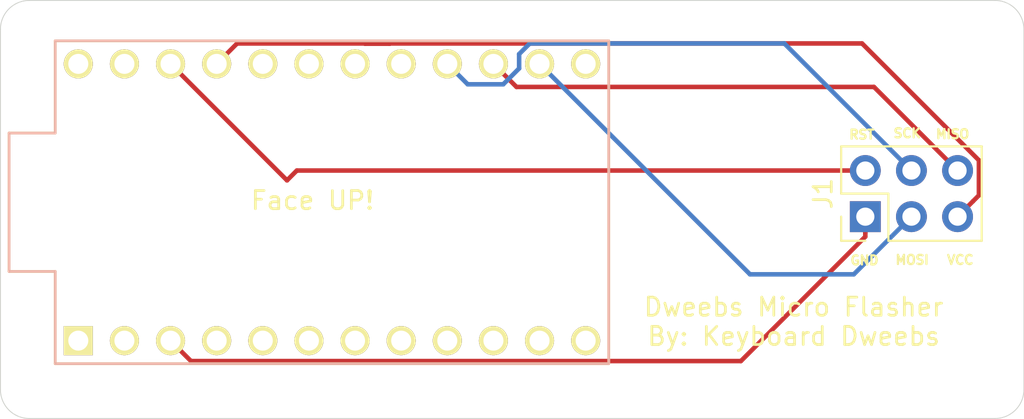
<source format=kicad_pcb>
(kicad_pcb (version 20171130) (host pcbnew "(5.1.4)-1")

  (general
    (thickness 1.6)
    (drawings 16)
    (tracks 32)
    (zones 0)
    (modules 2)
    (nets 25)
  )

  (page A4)
  (layers
    (0 F.Cu signal)
    (31 B.Cu signal)
    (32 B.Adhes user)
    (33 F.Adhes user)
    (34 B.Paste user)
    (35 F.Paste user)
    (36 B.SilkS user)
    (37 F.SilkS user)
    (38 B.Mask user)
    (39 F.Mask user)
    (40 Dwgs.User user)
    (41 Cmts.User user)
    (42 Eco1.User user)
    (43 Eco2.User user)
    (44 Edge.Cuts user)
    (45 Margin user)
    (46 B.CrtYd user)
    (47 F.CrtYd user)
    (48 B.Fab user)
    (49 F.Fab user)
  )

  (setup
    (last_trace_width 0.25)
    (trace_clearance 0.2)
    (zone_clearance 0.508)
    (zone_45_only no)
    (trace_min 0.2)
    (via_size 0.8)
    (via_drill 0.4)
    (via_min_size 0.4)
    (via_min_drill 0.3)
    (uvia_size 0.3)
    (uvia_drill 0.1)
    (uvias_allowed no)
    (uvia_min_size 0.2)
    (uvia_min_drill 0.1)
    (edge_width 0.05)
    (segment_width 0.2)
    (pcb_text_width 0.3)
    (pcb_text_size 1.5 1.5)
    (mod_edge_width 0.12)
    (mod_text_size 1 1)
    (mod_text_width 0.15)
    (pad_size 1.524 1.524)
    (pad_drill 0.762)
    (pad_to_mask_clearance 0.051)
    (solder_mask_min_width 0.25)
    (aux_axis_origin 0 0)
    (visible_elements FFFFFF7F)
    (pcbplotparams
      (layerselection 0x010fc_ffffffff)
      (usegerberextensions false)
      (usegerberattributes false)
      (usegerberadvancedattributes false)
      (creategerberjobfile false)
      (excludeedgelayer true)
      (linewidth 0.100000)
      (plotframeref false)
      (viasonmask false)
      (mode 1)
      (useauxorigin false)
      (hpglpennumber 1)
      (hpglpenspeed 20)
      (hpglpendiameter 15.000000)
      (psnegative false)
      (psa4output false)
      (plotreference true)
      (plotvalue true)
      (plotinvisibletext false)
      (padsonsilk false)
      (subtractmaskfromsilk false)
      (outputformat 1)
      (mirror false)
      (drillshape 0)
      (scaleselection 1)
      (outputdirectory ""))
  )

  (net 0 "")
  (net 1 "Net-(J1-Pad6)")
  (net 2 "Net-(J1-Pad5)")
  (net 3 "Net-(J1-Pad4)")
  (net 4 "Net-(J1-Pad3)")
  (net 5 "Net-(J1-Pad2)")
  (net 6 "Net-(J1-Pad1)")
  (net 7 "Net-(U1-Pad24)")
  (net 8 "Net-(U1-Pad23)")
  (net 9 "Net-(U1-Pad20)")
  (net 10 "Net-(U1-Pad19)")
  (net 11 "Net-(U1-Pad18)")
  (net 12 "Net-(U1-Pad17)")
  (net 13 "Net-(U1-Pad13)")
  (net 14 "Net-(U1-Pad12)")
  (net 15 "Net-(U1-Pad11)")
  (net 16 "Net-(U1-Pad10)")
  (net 17 "Net-(U1-Pad9)")
  (net 18 "Net-(U1-Pad8)")
  (net 19 "Net-(U1-Pad7)")
  (net 20 "Net-(U1-Pad6)")
  (net 21 "Net-(U1-Pad5)")
  (net 22 "Net-(U1-Pad4)")
  (net 23 "Net-(U1-Pad2)")
  (net 24 "Net-(U1-Pad1)")

  (net_class Default "This is the default net class."
    (clearance 0.2)
    (trace_width 0.25)
    (via_dia 0.8)
    (via_drill 0.4)
    (uvia_dia 0.3)
    (uvia_drill 0.1)
    (add_net "Net-(J1-Pad1)")
    (add_net "Net-(J1-Pad2)")
    (add_net "Net-(J1-Pad3)")
    (add_net "Net-(J1-Pad4)")
    (add_net "Net-(J1-Pad5)")
    (add_net "Net-(J1-Pad6)")
    (add_net "Net-(U1-Pad1)")
    (add_net "Net-(U1-Pad10)")
    (add_net "Net-(U1-Pad11)")
    (add_net "Net-(U1-Pad12)")
    (add_net "Net-(U1-Pad13)")
    (add_net "Net-(U1-Pad17)")
    (add_net "Net-(U1-Pad18)")
    (add_net "Net-(U1-Pad19)")
    (add_net "Net-(U1-Pad2)")
    (add_net "Net-(U1-Pad20)")
    (add_net "Net-(U1-Pad23)")
    (add_net "Net-(U1-Pad24)")
    (add_net "Net-(U1-Pad4)")
    (add_net "Net-(U1-Pad5)")
    (add_net "Net-(U1-Pad6)")
    (add_net "Net-(U1-Pad7)")
    (add_net "Net-(U1-Pad8)")
    (add_net "Net-(U1-Pad9)")
  )

  (module Connector_PinHeader_2.54mm:PinHeader_2x03_P2.54mm_Vertical (layer F.Cu) (tedit 59FED5CC) (tstamp 6231CB4E)
    (at 143.66875 64.29375 90)
    (descr "Through hole straight pin header, 2x03, 2.54mm pitch, double rows")
    (tags "Through hole pin header THT 2x03 2.54mm double row")
    (path /62492405)
    (fp_text reference J1 (at 1.27 -2.33 90) (layer F.SilkS)
      (effects (font (size 1 1) (thickness 0.15)))
    )
    (fp_text value Conn_02x03_Odd_Even (at 1.27 7.41 90) (layer F.Fab)
      (effects (font (size 1 1) (thickness 0.15)))
    )
    (fp_text user %R (at 1.27 2.54) (layer F.Fab)
      (effects (font (size 1 1) (thickness 0.15)))
    )
    (fp_line (start 4.35 -1.8) (end -1.8 -1.8) (layer F.CrtYd) (width 0.05))
    (fp_line (start 4.35 6.85) (end 4.35 -1.8) (layer F.CrtYd) (width 0.05))
    (fp_line (start -1.8 6.85) (end 4.35 6.85) (layer F.CrtYd) (width 0.05))
    (fp_line (start -1.8 -1.8) (end -1.8 6.85) (layer F.CrtYd) (width 0.05))
    (fp_line (start -1.33 -1.33) (end 0 -1.33) (layer F.SilkS) (width 0.12))
    (fp_line (start -1.33 0) (end -1.33 -1.33) (layer F.SilkS) (width 0.12))
    (fp_line (start 1.27 -1.33) (end 3.87 -1.33) (layer F.SilkS) (width 0.12))
    (fp_line (start 1.27 1.27) (end 1.27 -1.33) (layer F.SilkS) (width 0.12))
    (fp_line (start -1.33 1.27) (end 1.27 1.27) (layer F.SilkS) (width 0.12))
    (fp_line (start 3.87 -1.33) (end 3.87 6.41) (layer F.SilkS) (width 0.12))
    (fp_line (start -1.33 1.27) (end -1.33 6.41) (layer F.SilkS) (width 0.12))
    (fp_line (start -1.33 6.41) (end 3.87 6.41) (layer F.SilkS) (width 0.12))
    (fp_line (start -1.27 0) (end 0 -1.27) (layer F.Fab) (width 0.1))
    (fp_line (start -1.27 6.35) (end -1.27 0) (layer F.Fab) (width 0.1))
    (fp_line (start 3.81 6.35) (end -1.27 6.35) (layer F.Fab) (width 0.1))
    (fp_line (start 3.81 -1.27) (end 3.81 6.35) (layer F.Fab) (width 0.1))
    (fp_line (start 0 -1.27) (end 3.81 -1.27) (layer F.Fab) (width 0.1))
    (pad 6 thru_hole oval (at 2.54 5.08 90) (size 1.7 1.7) (drill 1) (layers *.Cu *.Mask)
      (net 1 "Net-(J1-Pad6)"))
    (pad 5 thru_hole oval (at 0 5.08 90) (size 1.7 1.7) (drill 1) (layers *.Cu *.Mask)
      (net 2 "Net-(J1-Pad5)"))
    (pad 4 thru_hole oval (at 2.54 2.54 90) (size 1.7 1.7) (drill 1) (layers *.Cu *.Mask)
      (net 3 "Net-(J1-Pad4)"))
    (pad 3 thru_hole oval (at 0 2.54 90) (size 1.7 1.7) (drill 1) (layers *.Cu *.Mask)
      (net 4 "Net-(J1-Pad3)"))
    (pad 2 thru_hole oval (at 2.54 0 90) (size 1.7 1.7) (drill 1) (layers *.Cu *.Mask)
      (net 5 "Net-(J1-Pad2)"))
    (pad 1 thru_hole rect (at 0 0 90) (size 1.7 1.7) (drill 1) (layers *.Cu *.Mask)
      (net 6 "Net-(J1-Pad1)"))
    (model ${KISYS3DMOD}/Connector_PinHeader_2.54mm.3dshapes/PinHeader_2x03_P2.54mm_Vertical.wrl
      (at (xyz 0 0 0))
      (scale (xyz 1 1 1))
      (rotate (xyz 0 0 0))
    )
  )

  (module promicro:ProMicro (layer F.Cu) (tedit 5A06A962) (tstamp 6231CC9E)
    (at 114.3 63.5)
    (descr "Pro Micro footprint")
    (tags "promicro ProMicro")
    (path /62492B4C)
    (fp_text reference U1 (at 0 -10.16) (layer F.SilkS) hide
      (effects (font (size 1 1) (thickness 0.15)))
    )
    (fp_text value ProMicro (at 0 10.16) (layer F.Fab)
      (effects (font (size 1 1) (thickness 0.15)))
    )
    (fp_line (start 15.24 -8.89) (end 15.24 8.89) (layer F.SilkS) (width 0.15))
    (fp_line (start -15.24 -8.89) (end 15.24 -8.89) (layer F.SilkS) (width 0.15))
    (fp_line (start -15.24 -3.81) (end -15.24 -8.89) (layer F.SilkS) (width 0.15))
    (fp_line (start -17.78 -3.81) (end -15.24 -3.81) (layer F.SilkS) (width 0.15))
    (fp_line (start -17.78 3.81) (end -17.78 -3.81) (layer F.SilkS) (width 0.15))
    (fp_line (start -15.24 3.81) (end -17.78 3.81) (layer F.SilkS) (width 0.15))
    (fp_line (start -15.24 8.89) (end -15.24 3.81) (layer F.SilkS) (width 0.15))
    (fp_line (start -15.24 8.89) (end 15.24 8.89) (layer F.SilkS) (width 0.15))
    (fp_line (start -15.24 -8.89) (end 15.24 -8.89) (layer B.SilkS) (width 0.15))
    (fp_line (start -15.24 -3.81) (end -15.24 -8.89) (layer B.SilkS) (width 0.15))
    (fp_line (start -17.78 -3.81) (end -15.24 -3.81) (layer B.SilkS) (width 0.15))
    (fp_line (start -17.78 3.81) (end -17.78 -3.81) (layer B.SilkS) (width 0.15))
    (fp_line (start -15.24 3.81) (end -17.78 3.81) (layer B.SilkS) (width 0.15))
    (fp_line (start -15.24 8.89) (end -15.24 3.81) (layer B.SilkS) (width 0.15))
    (fp_line (start 15.24 8.89) (end -15.24 8.89) (layer B.SilkS) (width 0.15))
    (fp_line (start 15.24 -8.89) (end 15.24 8.89) (layer B.SilkS) (width 0.15))
    (pad 24 thru_hole circle (at -13.97 -7.62) (size 1.6 1.6) (drill 1.1) (layers *.Cu *.Mask F.SilkS)
      (net 7 "Net-(U1-Pad24)"))
    (pad 23 thru_hole circle (at -11.43 -7.62) (size 1.6 1.6) (drill 1.1) (layers *.Cu *.Mask F.SilkS)
      (net 8 "Net-(U1-Pad23)"))
    (pad 22 thru_hole circle (at -8.89 -7.62) (size 1.6 1.6) (drill 1.1) (layers *.Cu *.Mask F.SilkS)
      (net 5 "Net-(J1-Pad2)"))
    (pad 21 thru_hole circle (at -6.35 -7.62) (size 1.6 1.6) (drill 1.1) (layers *.Cu *.Mask F.SilkS)
      (net 2 "Net-(J1-Pad5)"))
    (pad 20 thru_hole circle (at -3.81 -7.62) (size 1.6 1.6) (drill 1.1) (layers *.Cu *.Mask F.SilkS)
      (net 9 "Net-(U1-Pad20)"))
    (pad 19 thru_hole circle (at -1.27 -7.62) (size 1.6 1.6) (drill 1.1) (layers *.Cu *.Mask F.SilkS)
      (net 10 "Net-(U1-Pad19)"))
    (pad 18 thru_hole circle (at 1.27 -7.62) (size 1.6 1.6) (drill 1.1) (layers *.Cu *.Mask F.SilkS)
      (net 11 "Net-(U1-Pad18)"))
    (pad 17 thru_hole circle (at 3.81 -7.62) (size 1.6 1.6) (drill 1.1) (layers *.Cu *.Mask F.SilkS)
      (net 12 "Net-(U1-Pad17)"))
    (pad 16 thru_hole circle (at 6.35 -7.62) (size 1.6 1.6) (drill 1.1) (layers *.Cu *.Mask F.SilkS)
      (net 3 "Net-(J1-Pad4)"))
    (pad 15 thru_hole circle (at 8.89 -7.62) (size 1.6 1.6) (drill 1.1) (layers *.Cu *.Mask F.SilkS)
      (net 1 "Net-(J1-Pad6)"))
    (pad 14 thru_hole circle (at 11.43 -7.62) (size 1.6 1.6) (drill 1.1) (layers *.Cu *.Mask F.SilkS)
      (net 4 "Net-(J1-Pad3)"))
    (pad 13 thru_hole circle (at 13.97 -7.62) (size 1.6 1.6) (drill 1.1) (layers *.Cu *.Mask F.SilkS)
      (net 13 "Net-(U1-Pad13)"))
    (pad 12 thru_hole circle (at 13.97 7.62) (size 1.6 1.6) (drill 1.1) (layers *.Cu *.Mask F.SilkS)
      (net 14 "Net-(U1-Pad12)"))
    (pad 11 thru_hole circle (at 11.43 7.62) (size 1.6 1.6) (drill 1.1) (layers *.Cu *.Mask F.SilkS)
      (net 15 "Net-(U1-Pad11)"))
    (pad 10 thru_hole circle (at 8.89 7.62) (size 1.6 1.6) (drill 1.1) (layers *.Cu *.Mask F.SilkS)
      (net 16 "Net-(U1-Pad10)"))
    (pad 9 thru_hole circle (at 6.35 7.62) (size 1.6 1.6) (drill 1.1) (layers *.Cu *.Mask F.SilkS)
      (net 17 "Net-(U1-Pad9)"))
    (pad 8 thru_hole circle (at 3.81 7.62) (size 1.6 1.6) (drill 1.1) (layers *.Cu *.Mask F.SilkS)
      (net 18 "Net-(U1-Pad8)"))
    (pad 7 thru_hole circle (at 1.27 7.62) (size 1.6 1.6) (drill 1.1) (layers *.Cu *.Mask F.SilkS)
      (net 19 "Net-(U1-Pad7)"))
    (pad 6 thru_hole circle (at -1.27 7.62) (size 1.6 1.6) (drill 1.1) (layers *.Cu *.Mask F.SilkS)
      (net 20 "Net-(U1-Pad6)"))
    (pad 5 thru_hole circle (at -3.81 7.62) (size 1.6 1.6) (drill 1.1) (layers *.Cu *.Mask F.SilkS)
      (net 21 "Net-(U1-Pad5)"))
    (pad 4 thru_hole circle (at -6.35 7.62) (size 1.6 1.6) (drill 1.1) (layers *.Cu *.Mask F.SilkS)
      (net 22 "Net-(U1-Pad4)"))
    (pad 3 thru_hole circle (at -8.89 7.62) (size 1.6 1.6) (drill 1.1) (layers *.Cu *.Mask F.SilkS)
      (net 6 "Net-(J1-Pad1)"))
    (pad 2 thru_hole circle (at -11.43 7.62) (size 1.6 1.6) (drill 1.1) (layers *.Cu *.Mask F.SilkS)
      (net 23 "Net-(U1-Pad2)"))
    (pad 1 thru_hole rect (at -13.97 7.62) (size 1.6 1.6) (drill 1.1) (layers *.Cu *.Mask F.SilkS)
      (net 24 "Net-(U1-Pad1)"))
  )

  (gr_line (start 96.04375 73.81875) (end 96.04375 53.975) (layer Edge.Cuts) (width 0.05) (tstamp 6231D21F))
  (gr_line (start 150.8125 75.40625) (end 97.63125 75.40625) (layer Edge.Cuts) (width 0.05) (tstamp 6231D21E))
  (gr_line (start 152.4 73.81875) (end 152.4 53.975) (layer Edge.Cuts) (width 0.05) (tstamp 6231D21D))
  (gr_line (start 97.63125 52.3875) (end 150.8125 52.3875) (layer Edge.Cuts) (width 0.05) (tstamp 6231D21C))
  (gr_arc (start 97.63125 53.975) (end 97.63125 52.3875) (angle -90) (layer Edge.Cuts) (width 0.05))
  (gr_arc (start 97.63125 73.81875) (end 96.04375 73.81875) (angle -90) (layer Edge.Cuts) (width 0.05))
  (gr_arc (start 150.8125 73.81875) (end 150.8125 75.40625) (angle -90) (layer Edge.Cuts) (width 0.05))
  (gr_arc (start 150.8125 53.975) (end 152.4 53.975) (angle -90) (layer Edge.Cuts) (width 0.05))
  (gr_text "Dweebs Micro Flasher\nBy: Keyboard Dweebs" (at 139.725 70.075) (layer F.SilkS)
    (effects (font (size 1 1) (thickness 0.15)))
  )
  (gr_text "Face UP!" (at 113.225 63.4) (layer F.SilkS)
    (effects (font (size 1 1) (thickness 0.15)))
  )
  (gr_text MOSI (at 146.25 66.675) (layer F.SilkS)
    (effects (font (size 0.5 0.5) (thickness 0.125)))
  )
  (gr_text GND (at 143.625 66.7) (layer F.SilkS)
    (effects (font (size 0.5 0.5) (thickness 0.125)))
  )
  (gr_text MISO (at 148.475 59.75) (layer F.SilkS)
    (effects (font (size 0.5 0.5) (thickness 0.125)))
  )
  (gr_text SCK (at 145.975 59.7) (layer F.SilkS)
    (effects (font (size 0.5 0.5) (thickness 0.125)))
  )
  (gr_text VCC (at 148.9 66.675) (layer F.SilkS)
    (effects (font (size 0.5 0.5) (thickness 0.125)))
  )
  (gr_text RST (at 143.475 59.775) (layer F.SilkS)
    (effects (font (size 0.5 0.5) (thickness 0.125)))
  )

  (segment (start 123.989999 56.679999) (end 123.19 55.88) (width 0.25) (layer F.Cu) (net 1))
  (segment (start 124.46 57.15) (end 123.989999 56.679999) (width 0.25) (layer F.Cu) (net 1))
  (segment (start 144.145 57.15) (end 124.46 57.15) (width 0.25) (layer F.Cu) (net 1))
  (segment (start 148.74875 61.75375) (end 144.145 57.15) (width 0.25) (layer F.Cu) (net 1))
  (segment (start 149.923751 63.118749) (end 149.598749 63.443751) (width 0.25) (layer F.Cu) (net 2))
  (segment (start 149.923751 61.189749) (end 149.923751 63.118749) (width 0.25) (layer F.Cu) (net 2))
  (segment (start 143.489001 54.754999) (end 149.923751 61.189749) (width 0.25) (layer F.Cu) (net 2))
  (segment (start 107.95 55.88) (end 109.075001 54.754999) (width 0.25) (layer F.Cu) (net 2))
  (segment (start 109.075001 54.754999) (end 116.110001 54.754999) (width 0.25) (layer F.Cu) (net 2))
  (segment (start 149.598749 63.443751) (end 148.74875 64.29375) (width 0.25) (layer F.Cu) (net 2))
  (segment (start 116.110001 54.754999) (end 116.123752 54.76875) (width 0.25) (layer F.Cu) (net 2))
  (segment (start 116.123752 54.76875) (end 117.475 54.76875) (width 0.25) (layer F.Cu) (net 2))
  (segment (start 117.475 54.76875) (end 117.488751 54.754999) (width 0.25) (layer F.Cu) (net 2))
  (segment (start 117.488751 54.754999) (end 143.489001 54.754999) (width 0.25) (layer F.Cu) (net 2))
  (segment (start 139.209999 54.754999) (end 146.20875 61.75375) (width 0.25) (layer B.Cu) (net 3))
  (segment (start 121.775001 57.005001) (end 123.730001 57.005001) (width 0.25) (layer B.Cu) (net 3))
  (segment (start 120.65 55.88) (end 121.775001 57.005001) (width 0.25) (layer B.Cu) (net 3))
  (segment (start 124.604999 56.130003) (end 124.604999 55.339999) (width 0.25) (layer B.Cu) (net 3))
  (segment (start 124.604999 55.339999) (end 125.189999 54.754999) (width 0.25) (layer B.Cu) (net 3))
  (segment (start 123.730001 57.005001) (end 124.604999 56.130003) (width 0.25) (layer B.Cu) (net 3))
  (segment (start 125.189999 54.754999) (end 139.209999 54.754999) (width 0.25) (layer B.Cu) (net 3))
  (segment (start 143.03375 67.46875) (end 146.20875 64.29375) (width 0.25) (layer B.Cu) (net 4))
  (segment (start 125.73 55.88) (end 137.31875 67.46875) (width 0.25) (layer B.Cu) (net 4))
  (segment (start 137.31875 67.46875) (end 143.03375 67.46875) (width 0.25) (layer B.Cu) (net 4))
  (segment (start 111.82375 62.29375) (end 105.41 55.88) (width 0.25) (layer F.Cu) (net 5))
  (segment (start 112.36375 61.75375) (end 143.66875 61.75375) (width 0.25) (layer F.Cu) (net 5))
  (segment (start 111.82375 62.29375) (end 112.36375 61.75375) (width 0.25) (layer F.Cu) (net 5))
  (segment (start 143.66875 64.29375) (end 143.66875 65.21875) (width 0.25) (layer F.Cu) (net 6))
  (segment (start 143.66875 65.39375) (end 143.66875 64.29375) (width 0.25) (layer F.Cu) (net 6))
  (segment (start 136.817499 72.245001) (end 143.66875 65.39375) (width 0.25) (layer F.Cu) (net 6))
  (segment (start 106.535001 72.245001) (end 136.817499 72.245001) (width 0.25) (layer F.Cu) (net 6))
  (segment (start 105.41 71.12) (end 106.535001 72.245001) (width 0.25) (layer F.Cu) (net 6))

)

</source>
